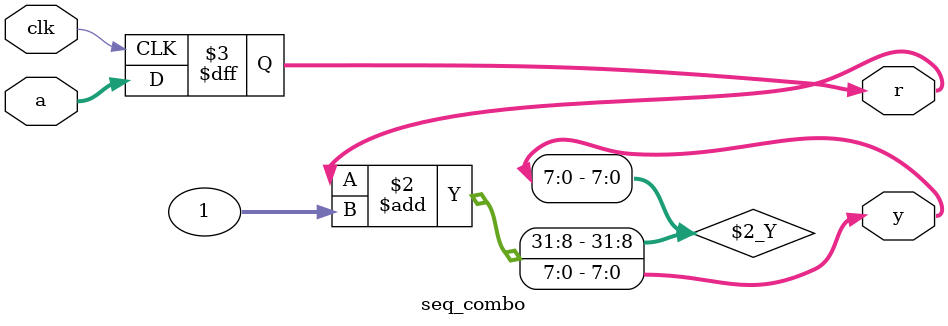
<source format=v>
module seq_combo(
  input  wire       clk,
  input  wire [7:0] a,
  output reg  [7:0] r,
  output wire [7:0] y
);
  always @(posedge clk)
    r <= a;

  assign y = r + 1;
endmodule

</source>
